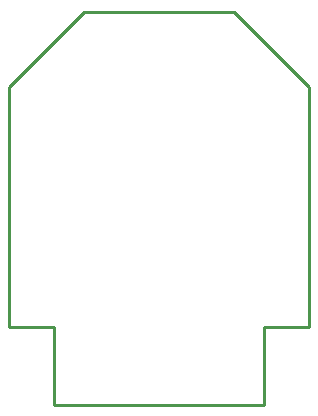
<source format=gbr>
G04 EAGLE Gerber RS-274X export*
G75*
%MOMM*%
%FSLAX34Y34*%
%LPD*%
%IN*%
%IPPOS*%
%AMOC8*
5,1,8,0,0,1.08239X$1,22.5*%
G01*
%ADD10C,0.254000*%


D10*
X381000Y292100D02*
X419100Y292100D01*
X419100Y226060D01*
X596900Y226060D01*
X596900Y292100D01*
X635000Y292100D01*
X635000Y495300D01*
X571500Y558800D01*
X444500Y558800D01*
X381000Y495300D01*
X381000Y292100D01*
M02*

</source>
